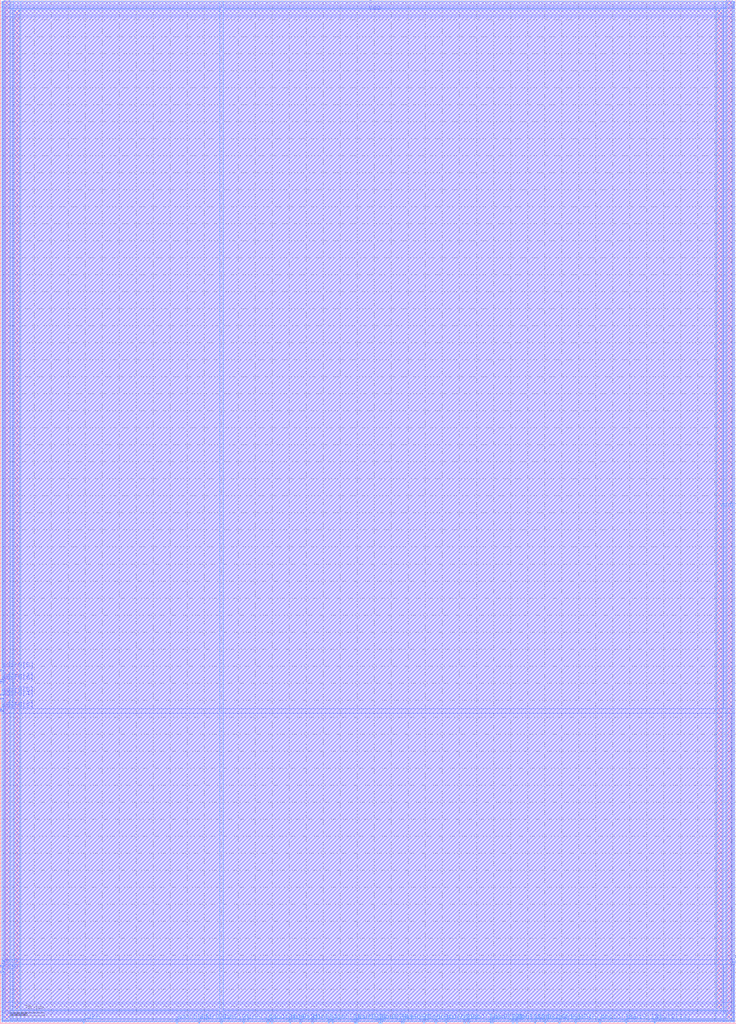
<source format=lef>
VERSION 5.4 ;
NAMESCASESENSITIVE ON ;
BUSBITCHARS "[]" ;
DIVIDERCHAR "/" ;
UNITS
  DATABASE MICRONS 2000 ;
END UNITS
MACRO pool1_rm_sram_16_384_sky130A
   CLASS BLOCK ;
   SIZE 432.71 BY 601.69 ;
   SYMMETRY X Y R90 ;
   PIN din0[0]
      DIRECTION INPUT ;
      PORT
         LAYER m4 ;
         RECT  129.71 0.0 130.45 1.93 ;
      END
   END din0[0]
   PIN din0[1]
      DIRECTION INPUT ;
      PORT
         LAYER m4 ;
         RECT  142.8 0.0 143.54 1.93 ;
      END
   END din0[1]
   PIN din0[2]
      DIRECTION INPUT ;
      PORT
         LAYER m4 ;
         RECT  157.08 0.0 157.82 1.93 ;
      END
   END din0[2]
   PIN din0[3]
      DIRECTION INPUT ;
      PORT
         LAYER m4 ;
         RECT  170.17 0.0 170.91 1.93 ;
      END
   END din0[3]
   PIN din0[4]
      DIRECTION INPUT ;
      PORT
         LAYER m4 ;
         RECT  183.26 0.0 184.0 1.93 ;
      END
   END din0[4]
   PIN din0[5]
      DIRECTION INPUT ;
      PORT
         LAYER m4 ;
         RECT  195.16 0.0 195.9 1.93 ;
      END
   END din0[5]
   PIN din0[6]
      DIRECTION INPUT ;
      PORT
         LAYER m4 ;
         RECT  209.44 0.0 210.18 1.93 ;
      END
   END din0[6]
   PIN din0[7]
      DIRECTION INPUT ;
      PORT
         LAYER m4 ;
         RECT  222.53 0.0 223.27 1.93 ;
      END
   END din0[7]
   PIN din0[8]
      DIRECTION INPUT ;
      PORT
         LAYER m4 ;
         RECT  235.62 0.0 236.36 1.93 ;
      END
   END din0[8]
   PIN din0[9]
      DIRECTION INPUT ;
      PORT
         LAYER m4 ;
         RECT  248.71 0.0 249.45 1.93 ;
      END
   END din0[9]
   PIN din0[10]
      DIRECTION INPUT ;
      PORT
         LAYER m4 ;
         RECT  261.8 0.0 262.54 1.93 ;
      END
   END din0[10]
   PIN din0[11]
      DIRECTION INPUT ;
      PORT
         LAYER m4 ;
         RECT  274.89 0.0 275.63 1.93 ;
      END
   END din0[11]
   PIN din0[12]
      DIRECTION INPUT ;
      PORT
         LAYER m4 ;
         RECT  287.98 0.0 288.72 1.93 ;
      END
   END din0[12]
   PIN din0[13]
      DIRECTION INPUT ;
      PORT
         LAYER m4 ;
         RECT  301.07 0.0 301.81 1.93 ;
      END
   END din0[13]
   PIN din0[14]
      DIRECTION INPUT ;
      PORT
         LAYER m4 ;
         RECT  314.16 0.0 314.9 1.93 ;
      END
   END din0[14]
   PIN din0[15]
      DIRECTION INPUT ;
      PORT
         LAYER m4 ;
         RECT  328.44 0.0 329.18 1.93 ;
      END
   END din0[15]
   PIN addr0[0]
      DIRECTION INPUT ;
      PORT
         LAYER m4 ;
         RECT  103.53 0.0 104.27 1.93 ;
      END
   END addr0[0]
   PIN addr0[1]
      DIRECTION INPUT ;
      PORT
         LAYER m4 ;
         RECT  116.62 0.0 117.36 1.93 ;
      END
   END addr0[1]
   PIN addr0[2]
      DIRECTION INPUT ;
      PORT
         LAYER m3 ;
         RECT  0.0 183.26 1.93 184.0 ;
      END
   END addr0[2]
   PIN addr0[3]
      DIRECTION INPUT ;
      PORT
         LAYER m3 ;
         RECT  0.0 184.45 1.93 185.19 ;
      END
   END addr0[3]
   PIN addr0[4]
      DIRECTION INPUT ;
      PORT
         LAYER m3 ;
         RECT  0.0 190.4 1.93 191.14 ;
      END
   END addr0[4]
   PIN addr0[5]
      DIRECTION INPUT ;
      PORT
         LAYER m3 ;
         RECT  0.0 192.78 1.93 193.52 ;
      END
   END addr0[5]
   PIN addr0[6]
      DIRECTION INPUT ;
      PORT
         LAYER m3 ;
         RECT  0.0 199.92 1.93 200.66 ;
      END
   END addr0[6]
   PIN addr0[7]
      DIRECTION INPUT ;
      PORT
         LAYER m3 ;
         RECT  0.0 201.11 1.93 201.85 ;
      END
   END addr0[7]
   PIN addr0[8]
      DIRECTION INPUT ;
      PORT
         LAYER m3 ;
         RECT  0.0 207.06 1.93 207.8 ;
      END
   END addr0[8]
   PIN csb0
      DIRECTION INPUT ;
      PORT
         LAYER m3 ;
         RECT  0.0 29.75 1.93 30.49 ;
      END
   END csb0
   PIN web0
      DIRECTION INPUT ;
      PORT
         LAYER m3 ;
         RECT  0.0 33.32 1.93 34.06 ;
      END
   END web0
   PIN clk0
      DIRECTION INPUT ;
      PORT
         LAYER m4 ;
         RECT  48.79 0.0 49.53 1.93 ;
      END
   END clk0
   PIN dout0[0]
      DIRECTION OUTPUT ;
      PORT
         LAYER m4 ;
         RECT  159.46 0.0 160.2 1.93 ;
      END
   END dout0[0]
   PIN dout0[1]
      DIRECTION OUTPUT ;
      PORT
         LAYER m4 ;
         RECT  176.12 0.0 176.86 1.93 ;
      END
   END dout0[1]
   PIN dout0[2]
      DIRECTION OUTPUT ;
      PORT
         LAYER m4 ;
         RECT  192.78 0.0 193.52 1.93 ;
      END
   END dout0[2]
   PIN dout0[3]
      DIRECTION OUTPUT ;
      PORT
         LAYER m4 ;
         RECT  208.25 0.0 208.99 1.93 ;
      END
   END dout0[3]
   PIN dout0[4]
      DIRECTION OUTPUT ;
      PORT
         LAYER m4 ;
         RECT  223.72 0.0 224.46 1.93 ;
      END
   END dout0[4]
   PIN dout0[5]
      DIRECTION OUTPUT ;
      PORT
         LAYER m4 ;
         RECT  236.81 0.0 237.55 1.93 ;
      END
   END dout0[5]
   PIN dout0[6]
      DIRECTION OUTPUT ;
      PORT
         LAYER m4 ;
         RECT  255.85 0.0 256.59 1.93 ;
      END
   END dout0[6]
   PIN dout0[7]
      DIRECTION OUTPUT ;
      PORT
         LAYER m4 ;
         RECT  272.51 0.0 273.25 1.93 ;
      END
   END dout0[7]
   PIN dout0[8]
      DIRECTION OUTPUT ;
      PORT
         LAYER m4 ;
         RECT  289.17 0.0 289.91 1.93 ;
      END
   END dout0[8]
   PIN dout0[9]
      DIRECTION OUTPUT ;
      PORT
         LAYER m4 ;
         RECT  303.45 0.0 304.19 1.93 ;
      END
   END dout0[9]
   PIN dout0[10]
      DIRECTION OUTPUT ;
      PORT
         LAYER m4 ;
         RECT  320.11 0.0 320.85 1.93 ;
      END
   END dout0[10]
   PIN dout0[11]
      DIRECTION OUTPUT ;
      PORT
         LAYER m4 ;
         RECT  337.96 0.0 338.7 1.93 ;
      END
   END dout0[11]
   PIN dout0[12]
      DIRECTION OUTPUT ;
      PORT
         LAYER m4 ;
         RECT  352.24 0.0 352.98 1.93 ;
      END
   END dout0[12]
   PIN dout0[13]
      DIRECTION OUTPUT ;
      PORT
         LAYER m4 ;
         RECT  367.71 0.0 368.45 1.93 ;
      END
   END dout0[13]
   PIN dout0[14]
      DIRECTION OUTPUT ;
      PORT
         LAYER m4 ;
         RECT  384.37 0.0 385.11 1.93 ;
      END
   END dout0[14]
   PIN dout0[15]
      DIRECTION OUTPUT ;
      PORT
         LAYER m3 ;
         RECT  430.78 35.7 432.71 36.44 ;
      END
   END dout0[15]
   PIN vdd
      DIRECTION INOUT ;
      USE POWER ; 
      SHAPE ABUTMENT ; 
      PORT
         LAYER m4 ;
         RECT  8.33 8.33 11.45 595.74 ;
         LAYER m3 ;
         RECT  8.33 8.33 424.38 11.45 ;
         LAYER m4 ;
         RECT  421.26 8.33 424.38 595.74 ;
         LAYER m3 ;
         RECT  8.33 592.62 424.38 595.74 ;
      END
   END vdd
   PIN gnd
      DIRECTION INOUT ;
      USE GROUND ; 
      SHAPE ABUTMENT ; 
      PORT
         LAYER m4 ;
         RECT  2.38 2.38 5.5 601.69 ;
         LAYER m3 ;
         RECT  2.38 2.38 430.33 5.5 ;
         LAYER m3 ;
         RECT  2.38 598.57 430.33 601.69 ;
         LAYER m4 ;
         RECT  427.21 2.38 430.33 601.69 ;
      END
   END gnd
   OBS
   LAYER  m1 ;
      RECT  0.91 0.91 431.8 600.78 ;
   LAYER  m2 ;
      RECT  0.91 0.91 431.8 600.78 ;
   LAYER  m3 ;
      RECT  2.83 182.36 431.8 184.9 ;
      RECT  0.91 186.09 2.83 189.5 ;
      RECT  0.91 194.42 2.83 199.02 ;
      RECT  0.91 202.75 2.83 206.16 ;
      RECT  0.91 31.39 2.83 32.42 ;
      RECT  0.91 34.96 2.83 182.36 ;
      RECT  2.83 34.8 429.88 37.34 ;
      RECT  2.83 37.34 429.88 182.36 ;
      RECT  429.88 37.34 431.8 182.36 ;
      RECT  2.83 7.43 7.43 12.35 ;
      RECT  2.83 12.35 7.43 34.8 ;
      RECT  7.43 12.35 425.28 34.8 ;
      RECT  425.28 7.43 429.88 12.35 ;
      RECT  425.28 12.35 429.88 34.8 ;
      RECT  2.83 184.9 7.43 591.72 ;
      RECT  2.83 591.72 7.43 596.64 ;
      RECT  7.43 184.9 425.28 591.72 ;
      RECT  425.28 184.9 431.8 591.72 ;
      RECT  425.28 591.72 431.8 596.64 ;
      RECT  0.91 0.91 1.48 1.48 ;
      RECT  0.91 1.48 1.48 6.4 ;
      RECT  0.91 6.4 1.48 28.85 ;
      RECT  1.48 0.91 2.83 1.48 ;
      RECT  1.48 6.4 2.83 28.85 ;
      RECT  429.88 0.91 431.23 1.48 ;
      RECT  429.88 6.4 431.23 34.8 ;
      RECT  431.23 0.91 431.8 1.48 ;
      RECT  431.23 1.48 431.8 6.4 ;
      RECT  431.23 6.4 431.8 34.8 ;
      RECT  2.83 0.91 7.43 1.48 ;
      RECT  2.83 6.4 7.43 7.43 ;
      RECT  7.43 0.91 425.28 1.48 ;
      RECT  7.43 6.4 425.28 7.43 ;
      RECT  425.28 0.91 429.88 1.48 ;
      RECT  425.28 6.4 429.88 7.43 ;
      RECT  0.91 208.7 1.48 597.67 ;
      RECT  0.91 597.67 1.48 600.78 ;
      RECT  1.48 208.7 2.83 597.67 ;
      RECT  2.83 596.64 7.43 597.67 ;
      RECT  7.43 596.64 425.28 597.67 ;
      RECT  425.28 596.64 431.23 597.67 ;
      RECT  431.23 596.64 431.8 597.67 ;
      RECT  431.23 597.67 431.8 600.78 ;
   LAYER  m4 ;
      RECT  129.11 2.53 131.05 600.78 ;
      RECT  131.05 0.91 142.2 2.53 ;
      RECT  144.14 0.91 156.48 2.53 ;
      RECT  210.78 0.91 221.93 2.53 ;
      RECT  276.23 0.91 287.38 2.53 ;
      RECT  104.87 0.91 116.02 2.53 ;
      RECT  117.96 0.91 129.11 2.53 ;
      RECT  50.13 0.91 102.93 2.53 ;
      RECT  158.42 0.91 158.86 2.53 ;
      RECT  160.8 0.91 169.57 2.53 ;
      RECT  171.51 0.91 175.52 2.53 ;
      RECT  177.46 0.91 182.66 2.53 ;
      RECT  184.6 0.91 192.18 2.53 ;
      RECT  194.12 0.91 194.56 2.53 ;
      RECT  196.5 0.91 207.65 2.53 ;
      RECT  225.06 0.91 235.02 2.53 ;
      RECT  238.15 0.91 248.11 2.53 ;
      RECT  250.05 0.91 255.25 2.53 ;
      RECT  257.19 0.91 261.2 2.53 ;
      RECT  263.14 0.91 271.91 2.53 ;
      RECT  273.85 0.91 274.29 2.53 ;
      RECT  290.51 0.91 300.47 2.53 ;
      RECT  302.41 0.91 302.85 2.53 ;
      RECT  304.79 0.91 313.56 2.53 ;
      RECT  315.5 0.91 319.51 2.53 ;
      RECT  321.45 0.91 327.84 2.53 ;
      RECT  329.78 0.91 337.36 2.53 ;
      RECT  339.3 0.91 351.64 2.53 ;
      RECT  353.58 0.91 367.11 2.53 ;
      RECT  369.05 0.91 383.77 2.53 ;
      RECT  7.73 2.53 12.05 7.73 ;
      RECT  7.73 596.34 12.05 600.78 ;
      RECT  12.05 2.53 129.11 7.73 ;
      RECT  12.05 7.73 129.11 596.34 ;
      RECT  12.05 596.34 129.11 600.78 ;
      RECT  131.05 2.53 420.66 7.73 ;
      RECT  131.05 7.73 420.66 596.34 ;
      RECT  131.05 596.34 420.66 600.78 ;
      RECT  420.66 2.53 424.98 7.73 ;
      RECT  420.66 596.34 424.98 600.78 ;
      RECT  0.91 0.91 1.78 1.78 ;
      RECT  0.91 1.78 1.78 2.53 ;
      RECT  1.78 0.91 6.1 1.78 ;
      RECT  6.1 0.91 48.19 1.78 ;
      RECT  6.1 1.78 48.19 2.53 ;
      RECT  0.91 2.53 1.78 7.73 ;
      RECT  6.1 2.53 7.73 7.73 ;
      RECT  0.91 7.73 1.78 596.34 ;
      RECT  6.1 7.73 7.73 596.34 ;
      RECT  0.91 596.34 1.78 600.78 ;
      RECT  6.1 596.34 7.73 600.78 ;
      RECT  385.71 0.91 426.61 1.78 ;
      RECT  385.71 1.78 426.61 2.53 ;
      RECT  426.61 0.91 430.93 1.78 ;
      RECT  430.93 0.91 431.8 1.78 ;
      RECT  430.93 1.78 431.8 2.53 ;
      RECT  424.98 2.53 426.61 7.73 ;
      RECT  430.93 2.53 431.8 7.73 ;
      RECT  424.98 7.73 426.61 596.34 ;
      RECT  430.93 7.73 431.8 596.34 ;
      RECT  424.98 596.34 426.61 600.78 ;
      RECT  430.93 596.34 431.8 600.78 ;
   END
END    pool1_rm_sram_16_384_sky130A
END    LIBRARY

</source>
